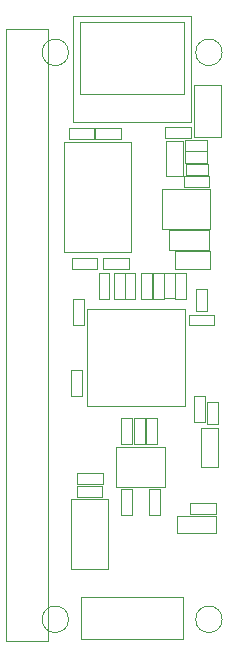
<source format=gbr>
G04 #@! TF.GenerationSoftware,KiCad,Pcbnew,(5.99.0-11673-ga90656900a)*
G04 #@! TF.CreationDate,2021-08-26T12:12:16+05:30*
G04 #@! TF.ProjectId,Mitayi-Pico-RP2040,4d697461-7969-42d5-9069-636f2d525032,0.1*
G04 #@! TF.SameCoordinates,Original*
G04 #@! TF.FileFunction,Other,User*
%FSLAX46Y46*%
G04 Gerber Fmt 4.6, Leading zero omitted, Abs format (unit mm)*
G04 Created by KiCad (PCBNEW (5.99.0-11673-ga90656900a)) date 2021-08-26 12:12:16*
%MOMM*%
%LPD*%
G01*
G04 APERTURE LIST*
%ADD10C,0.050000*%
G04 APERTURE END LIST*
D10*
X156770000Y-97940000D02*
X155830000Y-97940000D01*
X156770000Y-96080000D02*
X156770000Y-97940000D01*
X155830000Y-96080000D02*
X156770000Y-96080000D01*
X155830000Y-97940000D02*
X155830000Y-96080000D01*
X155300000Y-98300000D02*
X156760000Y-98300000D01*
X156760000Y-101600000D02*
X155300000Y-101600000D01*
X156760000Y-98300000D02*
X156760000Y-101600000D01*
X155300000Y-101600000D02*
X155300000Y-98300000D01*
X148530000Y-105660000D02*
X148530000Y-103500000D01*
X149450000Y-105660000D02*
X148530000Y-105660000D01*
X149450000Y-103500000D02*
X149450000Y-105660000D01*
X148530000Y-103500000D02*
X149450000Y-103500000D01*
X145390000Y-87410000D02*
X145390000Y-89570000D01*
X144470000Y-89570000D02*
X144470000Y-87410000D01*
X144470000Y-87410000D02*
X145390000Y-87410000D01*
X145390000Y-89570000D02*
X144470000Y-89570000D01*
X156640000Y-107230000D02*
X153340000Y-107230000D01*
X153340000Y-105770000D02*
X156640000Y-105770000D01*
X156640000Y-105770000D02*
X156640000Y-107230000D01*
X153340000Y-107230000D02*
X153340000Y-105770000D01*
X155900000Y-75930000D02*
X155900000Y-76870000D01*
X154040000Y-76870000D02*
X154040000Y-75930000D01*
X154040000Y-75930000D02*
X155900000Y-75930000D01*
X155900000Y-76870000D02*
X154040000Y-76870000D01*
X153820000Y-74030000D02*
X153820000Y-76990000D01*
X152360000Y-74030000D02*
X153820000Y-74030000D01*
X152360000Y-76990000D02*
X152360000Y-74030000D01*
X153820000Y-76990000D02*
X152360000Y-76990000D01*
X145260000Y-95600000D02*
X144340000Y-95600000D01*
X144340000Y-95600000D02*
X144340000Y-93440000D01*
X145260000Y-93440000D02*
X145260000Y-95600000D01*
X144340000Y-93440000D02*
X145260000Y-93440000D01*
X154065000Y-85190000D02*
X154065000Y-87350000D01*
X154065000Y-87350000D02*
X153145000Y-87350000D01*
X153145000Y-85190000D02*
X154065000Y-85190000D01*
X153145000Y-87350000D02*
X153145000Y-85190000D01*
X146990000Y-103200000D02*
X146990000Y-104120000D01*
X144830000Y-103200000D02*
X146990000Y-103200000D01*
X144830000Y-104120000D02*
X144830000Y-103200000D01*
X146990000Y-104120000D02*
X144830000Y-104120000D01*
X147000000Y-84840000D02*
X147000000Y-83900000D01*
X147000000Y-83900000D02*
X149200000Y-83900000D01*
X149200000Y-83900000D02*
X149200000Y-84840000D01*
X149200000Y-84840000D02*
X147000000Y-84840000D01*
X154370000Y-105610000D02*
X154370000Y-104670000D01*
X156570000Y-104670000D02*
X156570000Y-105610000D01*
X156570000Y-105610000D02*
X154370000Y-105610000D01*
X154370000Y-104670000D02*
X156570000Y-104670000D01*
X157118034Y-114510000D02*
G75*
G03*
X157118034Y-114510000I-1118034J0D01*
G01*
X148550000Y-99680000D02*
X148550000Y-97480000D01*
X149490000Y-99680000D02*
X148550000Y-99680000D01*
X148550000Y-97480000D02*
X149490000Y-97480000D01*
X149490000Y-97480000D02*
X149490000Y-99680000D01*
X154300000Y-89630000D02*
X154300000Y-88710000D01*
X156460000Y-89630000D02*
X154300000Y-89630000D01*
X156460000Y-88710000D02*
X156460000Y-89630000D01*
X154300000Y-88710000D02*
X156460000Y-88710000D01*
X152300000Y-99900000D02*
X148100000Y-99900000D01*
X148100000Y-99900000D02*
X148100000Y-103300000D01*
X152300000Y-103300000D02*
X152300000Y-99900000D01*
X148100000Y-103300000D02*
X152300000Y-103300000D01*
X145700000Y-88250000D02*
X145700000Y-96490000D01*
X145700000Y-96490000D02*
X153940000Y-96490000D01*
X153940000Y-96490000D02*
X153940000Y-88250000D01*
X153940000Y-88250000D02*
X145700000Y-88250000D01*
X150255000Y-85150000D02*
X151195000Y-85150000D01*
X150255000Y-87350000D02*
X150255000Y-85150000D01*
X151195000Y-87350000D02*
X150255000Y-87350000D01*
X151195000Y-85150000D02*
X151195000Y-87350000D01*
X147585000Y-87350000D02*
X146665000Y-87350000D01*
X147585000Y-85190000D02*
X147585000Y-87350000D01*
X146665000Y-85190000D02*
X147585000Y-85190000D01*
X146665000Y-87350000D02*
X146665000Y-85190000D01*
X149690000Y-97490000D02*
X150610000Y-97490000D01*
X150610000Y-97490000D02*
X150610000Y-99650000D01*
X150610000Y-99650000D02*
X149690000Y-99650000D01*
X149690000Y-99650000D02*
X149690000Y-97490000D01*
X143700000Y-83400000D02*
X149420000Y-83400000D01*
X149420000Y-83400000D02*
X149420000Y-74100000D01*
X143700000Y-74100000D02*
X143700000Y-83400000D01*
X149420000Y-74100000D02*
X143700000Y-74100000D01*
X149780000Y-87355000D02*
X148860000Y-87355000D01*
X148860000Y-87355000D02*
X148860000Y-85195000D01*
X148860000Y-85195000D02*
X149780000Y-85195000D01*
X149780000Y-85195000D02*
X149780000Y-87355000D01*
X144370000Y-83900000D02*
X146570000Y-83900000D01*
X146570000Y-84840000D02*
X144370000Y-84840000D01*
X144370000Y-84840000D02*
X144370000Y-83900000D01*
X146570000Y-83900000D02*
X146570000Y-84840000D01*
X153090000Y-87340000D02*
X152170000Y-87340000D01*
X152170000Y-87340000D02*
X152170000Y-85180000D01*
X153090000Y-85180000D02*
X153090000Y-87340000D01*
X152170000Y-85180000D02*
X153090000Y-85180000D01*
X146290000Y-73860000D02*
X144130000Y-73860000D01*
X146290000Y-72940000D02*
X146290000Y-73860000D01*
X144130000Y-73860000D02*
X144130000Y-72940000D01*
X144130000Y-72940000D02*
X146290000Y-72940000D01*
X155880000Y-75840000D02*
X154020000Y-75840000D01*
X155880000Y-74900000D02*
X155880000Y-75840000D01*
X154020000Y-74900000D02*
X155880000Y-74900000D01*
X154020000Y-75840000D02*
X154020000Y-74900000D01*
X153800000Y-116200000D02*
X153800000Y-112600000D01*
X153800000Y-112600000D02*
X145150000Y-112600000D01*
X145150000Y-112600000D02*
X145150000Y-116200000D01*
X145150000Y-116200000D02*
X153800000Y-116200000D01*
X144810000Y-103070000D02*
X144810000Y-102130000D01*
X147010000Y-103070000D02*
X144810000Y-103070000D01*
X147010000Y-102130000D02*
X147010000Y-103070000D01*
X144810000Y-102130000D02*
X147010000Y-102130000D01*
X150710000Y-97490000D02*
X151630000Y-97490000D01*
X151630000Y-97490000D02*
X151630000Y-99650000D01*
X150710000Y-99650000D02*
X150710000Y-97490000D01*
X151630000Y-99650000D02*
X150710000Y-99650000D01*
X154740000Y-95610000D02*
X155660000Y-95610000D01*
X154740000Y-97770000D02*
X154740000Y-95610000D01*
X155660000Y-97770000D02*
X154740000Y-97770000D01*
X155660000Y-95610000D02*
X155660000Y-97770000D01*
X156070000Y-84810000D02*
X153110000Y-84810000D01*
X153110000Y-84810000D02*
X153110000Y-83350000D01*
X156070000Y-83350000D02*
X156070000Y-84810000D01*
X153110000Y-83350000D02*
X156070000Y-83350000D01*
X144118034Y-114510000D02*
G75*
G03*
X144118034Y-114510000I-1118034J0D01*
G01*
X154510000Y-72430000D02*
X144510000Y-72430000D01*
X144510000Y-72430000D02*
X144510000Y-63430000D01*
X144510000Y-63430000D02*
X154510000Y-63430000D01*
X154510000Y-63430000D02*
X154510000Y-72430000D01*
X153890000Y-77000000D02*
X156050000Y-77000000D01*
X156050000Y-77000000D02*
X156050000Y-77920000D01*
X153890000Y-77920000D02*
X153890000Y-77000000D01*
X156050000Y-77920000D02*
X153890000Y-77920000D01*
X155880000Y-74870000D02*
X154020000Y-74870000D01*
X154020000Y-74870000D02*
X154020000Y-73930000D01*
X154020000Y-73930000D02*
X155880000Y-73930000D01*
X155880000Y-73930000D02*
X155880000Y-74870000D01*
X146350000Y-72930000D02*
X148550000Y-72930000D01*
X148550000Y-72930000D02*
X148550000Y-73870000D01*
X146350000Y-73870000D02*
X146350000Y-72930000D01*
X148550000Y-73870000D02*
X146350000Y-73870000D01*
X154750000Y-73700000D02*
X154750000Y-69300000D01*
X154750000Y-69300000D02*
X157050000Y-69300000D01*
X157050000Y-69300000D02*
X157050000Y-73700000D01*
X154750000Y-73700000D02*
X157050000Y-73700000D01*
X157118034Y-66510000D02*
G75*
G03*
X157118034Y-66510000I-1118034J0D01*
G01*
X153910000Y-63960000D02*
X145110000Y-63960000D01*
X153910000Y-63960000D02*
X153910000Y-70060000D01*
X153910000Y-70060000D02*
X145110000Y-70060000D01*
X145110000Y-70060000D02*
X145110000Y-63960000D01*
X144118034Y-66510000D02*
G75*
G03*
X144118034Y-66510000I-1118034J0D01*
G01*
X147500000Y-104350000D02*
X144300000Y-104350000D01*
X144300000Y-104350000D02*
X144300000Y-110250000D01*
X144300000Y-110250000D02*
X147500000Y-110250000D01*
X147500000Y-110250000D02*
X147500000Y-104350000D01*
X150970000Y-105670000D02*
X150970000Y-103510000D01*
X150970000Y-103510000D02*
X151890000Y-103510000D01*
X151890000Y-103510000D02*
X151890000Y-105670000D01*
X151890000Y-105670000D02*
X150970000Y-105670000D01*
X147960000Y-85190000D02*
X148880000Y-85190000D01*
X148880000Y-85190000D02*
X148880000Y-87350000D01*
X148880000Y-87350000D02*
X147960000Y-87350000D01*
X147960000Y-87350000D02*
X147960000Y-85190000D01*
X152195000Y-85150000D02*
X152195000Y-87350000D01*
X151255000Y-85150000D02*
X152195000Y-85150000D01*
X152195000Y-87350000D02*
X151255000Y-87350000D01*
X151255000Y-87350000D02*
X151255000Y-85150000D01*
X138800000Y-116350000D02*
X142400000Y-116350000D01*
X138800000Y-64500000D02*
X138800000Y-116350000D01*
X142400000Y-64500000D02*
X138800000Y-64500000D01*
X142400000Y-116350000D02*
X142400000Y-64500000D01*
X156035000Y-83280000D02*
X152635000Y-83280000D01*
X152635000Y-81520000D02*
X156035000Y-81520000D01*
X152635000Y-83280000D02*
X152635000Y-81520000D01*
X156035000Y-81520000D02*
X156035000Y-83280000D01*
X154880000Y-86510000D02*
X155820000Y-86510000D01*
X155820000Y-86510000D02*
X155820000Y-88370000D01*
X154880000Y-88370000D02*
X154880000Y-86510000D01*
X155820000Y-88370000D02*
X154880000Y-88370000D01*
X152300000Y-73770000D02*
X152300000Y-72830000D01*
X154500000Y-73770000D02*
X152300000Y-73770000D01*
X152300000Y-72830000D02*
X154500000Y-72830000D01*
X154500000Y-72830000D02*
X154500000Y-73770000D01*
X156100000Y-78070000D02*
X152000000Y-78070000D01*
X152000000Y-81470000D02*
X156100000Y-81470000D01*
X152000000Y-78070000D02*
X152000000Y-81470000D01*
X156100000Y-81470000D02*
X156100000Y-78070000D01*
M02*

</source>
